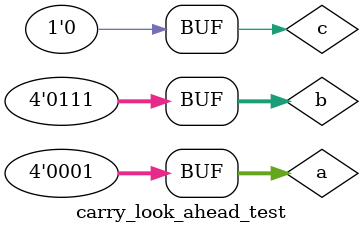
<source format=v>
`timescale 1ns / 1ps


module carry_look_ahead_test;

	// Inputs
	reg [3:0] a;
	reg [3:0] b;
	reg c;

	// Outputs
	wire [3:0] s;
	wire cout;

	// Instantiate the Unit Under Test (UUT)
	carrry_look_ahead uut (
		.a(a), 
		.b(b), 
		.c(c), 
		.s(s), 
		.cout(cout)
	);

	initial begin
	
		$monitor($time,"\t a=%4b, b=%4b, c=%b, sum=%4b, cout=%b",a,b,c,s,cout);
		// Initialize Inputs
		a = 0;
		b = 0;
		c = 0;

		
		// Add stimulus here// delay of 2
		#10;
      a=4'b0000;
		b=4'b0001;
		  
		#10;
      a=0;
		b=0;
		
		//delay of 4
		#10;
      a=4'b0001;
		b=4'b0001;
		 
	   #10;
      a=0;
		b=0;
		//delay of 6.
		
		#10;
		a=4'b0001;
		b=4'b0011;
		  
		#10;
      a=0;
		b=0;
		//delay of 8
		
		#10;
      a=4'b0001;
		b=4'b0111;
	end

      
endmodule


</source>
